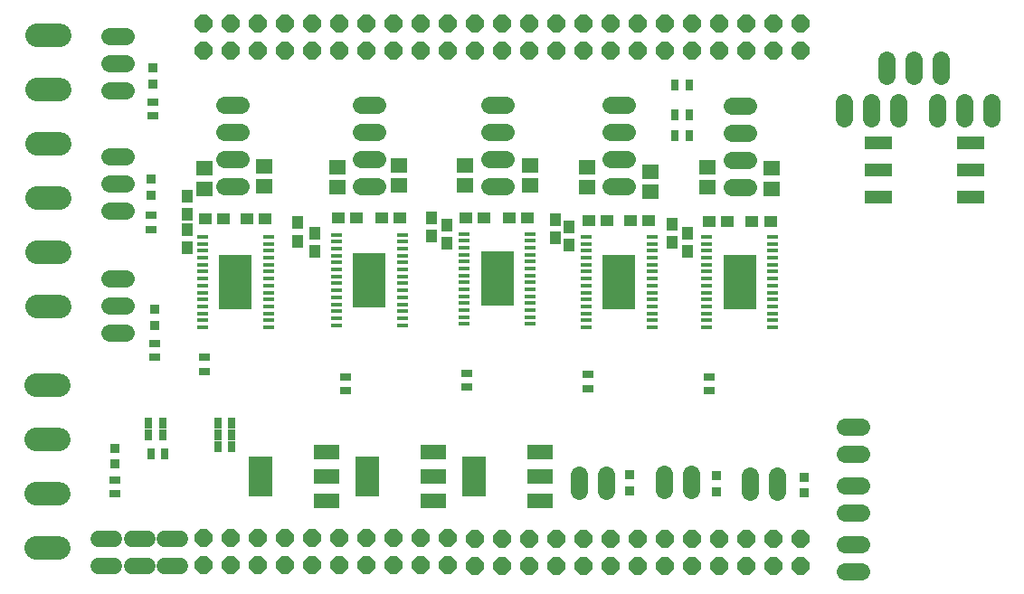
<source format=gts>
G75*
G70*
%OFA0B0*%
%FSLAX24Y24*%
%IPPOS*%
%LPD*%
%AMOC8*
5,1,8,0,0,1.08239X$1,22.5*
%
%ADD10OC8,0.0640*%
%ADD11C,0.0640*%
%ADD12R,0.0434X0.0178*%
%ADD13R,0.1221X0.2009*%
%ADD14R,0.0473X0.0434*%
%ADD15R,0.0631X0.0552*%
%ADD16R,0.0355X0.0355*%
%ADD17R,0.0920X0.0520*%
%ADD18R,0.0906X0.1457*%
%ADD19R,0.0394X0.0316*%
%ADD20R,0.0316X0.0394*%
%ADD21C,0.0600*%
%ADD22R,0.1001X0.0485*%
%ADD23R,0.0434X0.0473*%
%ADD24C,0.0865*%
D10*
X009848Y002526D03*
X010848Y002526D03*
X011848Y002526D03*
X012848Y002526D03*
X013848Y002526D03*
X014848Y002526D03*
X015848Y002526D03*
X016848Y002526D03*
X017848Y002526D03*
X018848Y002526D03*
X019848Y002486D03*
X020848Y002486D03*
X021848Y002486D03*
X022848Y002486D03*
X023848Y002486D03*
X024848Y002486D03*
X025848Y002486D03*
X026848Y002486D03*
X027848Y002486D03*
X028848Y002486D03*
X029848Y002486D03*
X030848Y002486D03*
X031848Y002486D03*
X031848Y003486D03*
X030848Y003486D03*
X029848Y003486D03*
X028848Y003486D03*
X027848Y003486D03*
X026848Y003486D03*
X025848Y003486D03*
X024848Y003486D03*
X023848Y003486D03*
X022848Y003486D03*
X021848Y003486D03*
X020848Y003486D03*
X019848Y003486D03*
X018848Y003526D03*
X017848Y003526D03*
X016848Y003526D03*
X015848Y003526D03*
X014848Y003526D03*
X013848Y003526D03*
X012848Y003526D03*
X011848Y003526D03*
X010848Y003526D03*
X009848Y003526D03*
X009852Y021486D03*
X010852Y021486D03*
X011852Y021486D03*
X012852Y021486D03*
X013852Y021486D03*
X014852Y021486D03*
X015852Y021486D03*
X016852Y021486D03*
X017852Y021486D03*
X018852Y021486D03*
X019852Y021486D03*
X020852Y021486D03*
X021852Y021486D03*
X022852Y021486D03*
X023852Y021486D03*
X024852Y021486D03*
X025852Y021486D03*
X026852Y021486D03*
X027852Y021486D03*
X028852Y021486D03*
X029852Y021486D03*
X030852Y021486D03*
X031852Y021486D03*
X031852Y022486D03*
X030852Y022486D03*
X029852Y022486D03*
X028852Y022486D03*
X027852Y022486D03*
X026852Y022486D03*
X025852Y022486D03*
X024852Y022486D03*
X023852Y022486D03*
X022852Y022486D03*
X021852Y022486D03*
X020852Y022486D03*
X019852Y022486D03*
X018852Y022486D03*
X017852Y022486D03*
X016852Y022486D03*
X015852Y022486D03*
X014852Y022486D03*
X013852Y022486D03*
X012852Y022486D03*
X011852Y022486D03*
X010852Y022486D03*
X009852Y022486D03*
D11*
X006979Y022018D02*
X006379Y022018D01*
X006379Y021018D02*
X006979Y021018D01*
X006979Y020018D02*
X006379Y020018D01*
X006379Y017569D02*
X006979Y017569D01*
X006979Y016569D02*
X006379Y016569D01*
X006379Y015569D02*
X006979Y015569D01*
X010615Y016486D02*
X011215Y016486D01*
X011215Y017486D02*
X010615Y017486D01*
X010615Y018486D02*
X011215Y018486D01*
X011215Y019486D02*
X010615Y019486D01*
X015654Y019486D02*
X016254Y019486D01*
X016254Y018486D02*
X015654Y018486D01*
X015654Y017486D02*
X016254Y017486D01*
X016254Y016486D02*
X015654Y016486D01*
X020379Y016486D02*
X020979Y016486D01*
X020979Y017486D02*
X020379Y017486D01*
X020379Y018486D02*
X020979Y018486D01*
X020979Y019486D02*
X020379Y019486D01*
X024867Y019486D02*
X025467Y019486D01*
X025467Y018486D02*
X024867Y018486D01*
X024867Y017486D02*
X025467Y017486D01*
X025467Y016486D02*
X024867Y016486D01*
X029316Y016447D02*
X029916Y016447D01*
X029916Y017447D02*
X029316Y017447D01*
X029316Y018447D02*
X029916Y018447D01*
X029916Y019447D02*
X029316Y019447D01*
X033458Y019585D02*
X033458Y018985D01*
X034458Y018985D02*
X034458Y019585D01*
X035458Y019585D02*
X035458Y018985D01*
X036883Y018985D02*
X036883Y019585D01*
X037033Y020560D02*
X037033Y021160D01*
X036033Y021160D02*
X036033Y020560D01*
X035033Y020560D02*
X035033Y021160D01*
X037883Y019585D02*
X037883Y018985D01*
X038883Y018985D02*
X038883Y019585D01*
X034089Y007620D02*
X033489Y007620D01*
X033489Y006620D02*
X034089Y006620D01*
X034089Y005455D02*
X033489Y005455D01*
X033489Y004455D02*
X034089Y004455D01*
X034089Y003289D02*
X033489Y003289D01*
X033489Y002289D02*
X034089Y002289D01*
X030982Y005206D02*
X030982Y005806D01*
X029982Y005806D02*
X029982Y005206D01*
X027832Y005285D02*
X027832Y005885D01*
X026832Y005885D02*
X026832Y005285D01*
X024683Y005245D02*
X024683Y005845D01*
X023683Y005845D02*
X023683Y005245D01*
X006979Y011081D02*
X006379Y011081D01*
X006379Y012081D02*
X006979Y012081D01*
X006979Y013081D02*
X006379Y013081D01*
D12*
X009818Y013075D03*
X009818Y013331D03*
X009818Y013587D03*
X009818Y013842D03*
X009818Y014098D03*
X009818Y014354D03*
X009818Y014610D03*
X012249Y014610D03*
X012249Y014354D03*
X012249Y014098D03*
X012249Y013842D03*
X012249Y013587D03*
X012249Y013331D03*
X012249Y013075D03*
X012249Y012819D03*
X012249Y012563D03*
X012249Y012307D03*
X012249Y012051D03*
X012249Y011795D03*
X012249Y011539D03*
X012249Y011283D03*
X009818Y011283D03*
X009818Y011539D03*
X009818Y011795D03*
X009818Y012051D03*
X009818Y012307D03*
X009818Y012563D03*
X009818Y012819D03*
X014739Y012898D03*
X014739Y013153D03*
X014739Y013409D03*
X014739Y013665D03*
X014739Y013921D03*
X014739Y014177D03*
X014739Y014433D03*
X014739Y014689D03*
X017170Y014689D03*
X017170Y014433D03*
X017170Y014177D03*
X017170Y013921D03*
X017170Y013665D03*
X017170Y013409D03*
X017170Y013153D03*
X017170Y012898D03*
X017170Y012642D03*
X017170Y012386D03*
X017170Y012130D03*
X017170Y011874D03*
X017170Y011618D03*
X017170Y011362D03*
X019463Y011401D03*
X019463Y011657D03*
X019463Y011913D03*
X019463Y012169D03*
X019463Y012425D03*
X019463Y012681D03*
X019463Y012937D03*
X019463Y013193D03*
X019463Y013449D03*
X019463Y013705D03*
X019463Y013961D03*
X019463Y014216D03*
X019463Y014472D03*
X019463Y014728D03*
X021894Y014728D03*
X021894Y014472D03*
X021894Y014216D03*
X021894Y013961D03*
X021894Y013705D03*
X021894Y013449D03*
X021894Y013193D03*
X021894Y012937D03*
X021894Y012681D03*
X021894Y012425D03*
X021894Y012169D03*
X021894Y011913D03*
X021894Y011657D03*
X021894Y011401D03*
X023951Y011283D03*
X023951Y011539D03*
X023951Y011795D03*
X023951Y012051D03*
X023951Y012307D03*
X023951Y012563D03*
X023951Y012819D03*
X023951Y013075D03*
X023951Y013331D03*
X023951Y013587D03*
X023951Y013842D03*
X023951Y014098D03*
X023951Y014354D03*
X023951Y014610D03*
X026382Y014610D03*
X026382Y014354D03*
X026382Y014098D03*
X026382Y013842D03*
X026382Y013587D03*
X026382Y013331D03*
X026382Y013075D03*
X026382Y012819D03*
X026382Y012563D03*
X026382Y012307D03*
X026382Y012051D03*
X026382Y011795D03*
X026382Y011539D03*
X026382Y011283D03*
X028400Y011283D03*
X028400Y011539D03*
X028400Y011795D03*
X028400Y012051D03*
X028400Y012307D03*
X028400Y012563D03*
X028400Y012819D03*
X028400Y013075D03*
X028400Y013331D03*
X028400Y013587D03*
X028400Y013842D03*
X028400Y014098D03*
X028400Y014354D03*
X028400Y014610D03*
X030831Y014610D03*
X030831Y014354D03*
X030831Y014098D03*
X030831Y013842D03*
X030831Y013587D03*
X030831Y013331D03*
X030831Y013075D03*
X030831Y012819D03*
X030831Y012563D03*
X030831Y012307D03*
X030831Y012051D03*
X030831Y011795D03*
X030831Y011539D03*
X030831Y011283D03*
X014739Y011362D03*
X014739Y011618D03*
X014739Y011874D03*
X014739Y012130D03*
X014739Y012386D03*
X014739Y012642D03*
D13*
X015954Y013026D03*
X020679Y013065D03*
X025167Y012947D03*
X029616Y012947D03*
X011033Y012947D03*
D14*
X011446Y015270D03*
X012116Y015270D03*
X010600Y015289D03*
X009931Y015289D03*
X014832Y015309D03*
X015502Y015309D03*
X016407Y015309D03*
X017076Y015309D03*
X019517Y015309D03*
X020187Y015309D03*
X021131Y015309D03*
X021801Y015309D03*
X024045Y015230D03*
X024714Y015230D03*
X025580Y015230D03*
X026250Y015230D03*
X028494Y015191D03*
X029163Y015191D03*
X030069Y015191D03*
X030738Y015191D03*
D15*
X030797Y016392D03*
X030797Y017140D03*
X028435Y017179D03*
X028435Y016431D03*
X026309Y016274D03*
X026309Y017022D03*
X023986Y017179D03*
X023986Y016431D03*
X021899Y016510D03*
X021899Y017258D03*
X019498Y017258D03*
X019498Y016510D03*
X017057Y016510D03*
X017057Y017258D03*
X014773Y017179D03*
X014773Y016431D03*
X012096Y016470D03*
X012096Y017218D03*
X009891Y017140D03*
X009891Y016392D03*
D16*
X007923Y016155D03*
X007923Y016746D03*
X008002Y020250D03*
X008002Y020840D03*
X008041Y011943D03*
X008041Y011352D03*
X006584Y006825D03*
X006584Y006234D03*
X025561Y005840D03*
X025561Y005250D03*
X028750Y005211D03*
X028750Y005801D03*
X031978Y005762D03*
X031978Y005171D03*
D17*
X022253Y004872D03*
X022253Y005781D03*
X022253Y006691D03*
X018316Y006691D03*
X018316Y005781D03*
X018316Y004872D03*
X014379Y004872D03*
X014379Y005781D03*
X014379Y006691D03*
D18*
X015876Y005781D03*
X011939Y005781D03*
X019813Y005781D03*
D19*
X015088Y008951D03*
X015088Y009463D03*
X019537Y009581D03*
X019537Y009069D03*
X024025Y009029D03*
X024025Y009541D03*
X028474Y009463D03*
X028474Y008951D03*
X009891Y009659D03*
X009891Y010171D03*
X008041Y010171D03*
X008041Y010683D03*
X007923Y014896D03*
X007923Y015407D03*
X008002Y019069D03*
X008002Y019581D03*
X006584Y005644D03*
X006584Y005132D03*
D20*
X007915Y006612D03*
X008427Y006612D03*
X008336Y007301D03*
X007824Y007301D03*
X007828Y007754D03*
X008340Y007754D03*
X010383Y007750D03*
X010383Y007317D03*
X010380Y006880D03*
X010891Y006880D03*
X010895Y007317D03*
X010895Y007750D03*
X027234Y018360D03*
X027746Y018360D03*
X027746Y019128D03*
X027234Y019128D03*
X027234Y020230D03*
X027746Y020230D03*
D21*
X008990Y003486D02*
X008430Y003486D01*
X007770Y003486D02*
X007210Y003486D01*
X006549Y003486D02*
X005989Y003486D01*
X005989Y002486D02*
X006549Y002486D01*
X007210Y002486D02*
X007770Y002486D01*
X008430Y002486D02*
X008990Y002486D01*
D22*
X034734Y016081D03*
X034734Y017081D03*
X034734Y018081D03*
X038120Y018081D03*
X038120Y017081D03*
X038120Y016081D03*
D23*
X027687Y014738D03*
X027135Y014423D03*
X027687Y014069D03*
X027135Y015092D03*
X023317Y014974D03*
X022805Y015250D03*
X022805Y014581D03*
X023317Y014305D03*
X018828Y014384D03*
X018238Y014659D03*
X018828Y015053D03*
X018238Y015329D03*
X013946Y014738D03*
X013317Y014463D03*
X013946Y014069D03*
X013317Y015132D03*
X009261Y014896D03*
X009261Y015447D03*
X009261Y016116D03*
X009261Y014226D03*
D24*
X004509Y003136D02*
X003684Y003136D01*
X003684Y005136D02*
X004509Y005136D01*
X004509Y007136D02*
X003684Y007136D01*
X003684Y009136D02*
X004509Y009136D01*
X004548Y012041D02*
X003723Y012041D01*
X003723Y014041D02*
X004548Y014041D01*
X004548Y016041D02*
X003723Y016041D01*
X003723Y018041D02*
X004548Y018041D01*
X004548Y020041D02*
X003723Y020041D01*
X003723Y022041D02*
X004548Y022041D01*
M02*

</source>
